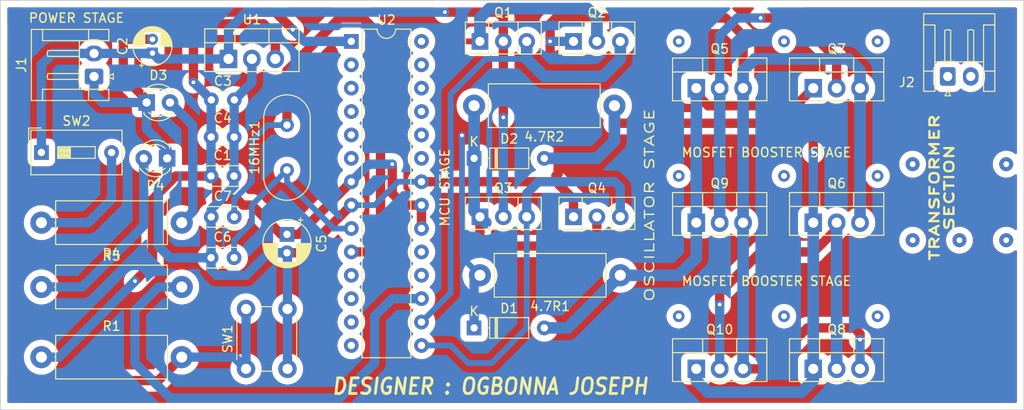
<source format=kicad_pcb>
(kicad_pcb (version 20171130) (host pcbnew "(5.1.10)-1")
  (title_block (title pcb) (date 2021-12-22) (rev V1) (company JOSEPH))
  (layers (0 F.Cu signal) (31 B.Cu signal) (34 B.Paste user) (35 F.Paste user) (36 B.SilkS user) (37 F.SilkS user) (38 B.Mask user) (39 F.Mask user) (44 Edge.Cuts user))
  (net 0 "")
  (net 1 X1)
  (net 2 X0)
  (net 3 "Net-(4.7R1-Pad2)")
  (net 4 M1)
  (net 5 M0)
  (net 6 "Net-(4.7R2-Pad2)")
  (net 7 +5V)
  (net 8 GND)
  (net 9 +12V)
  (net 10 "Net-(D3-Pad2)")
  (net 11 "Net-(D4-Pad2)")
  (net 12 OUT0)
  (net 13 OUT1)
  (net 14 OSC1)
  (net 15 OSC0)
  (net 16 T1)
  (net 17 T0)
  (net 18 RST)
  (net 19 "Net-(R4-Pad2)")
  (net 20 LED01)
  (net 21 "Net-(U2-Pad2)")
  (net 22 "Net-(U2-Pad3)")
  (net 23 "Net-(U2-Pad4)")
  (net 24 "Net-(U2-Pad18)")
  (net 25 "Net-(U2-Pad5)")
  (net 26 "Net-(U2-Pad19)")
  (net 27 "Net-(U2-Pad6)")
  (net 28 "Net-(U2-Pad23)")
  (net 29 "Net-(U2-Pad24)")
  (net 30 "Net-(U2-Pad11)")
  (net 31 "Net-(U2-Pad25)")
  (net 32 "Net-(U2-Pad12)")
  (net 33 "Net-(U2-Pad26)")
  (net 34 "Net-(U2-Pad13)")
  (net 35 "Net-(U2-Pad27)")
  (net 36 "Net-(U2-Pad14)")
  (net 37 "Net-(U2-Pad28)")
  (module Resistor_THT:R_Axial_DIN0414_L11.9mm_D4.5mm_P15.24mm_Horizontal (layer F.Cu) (at 155.575 120.015)
    (fp_text reference R1 (at 7.62 -3.37) (layer F.SilkS))
    (fp_text value 10k)
    (pad 2 thru_hole oval (at 15.24 0) (size 2.4 2.4) (drill 1.2) (layers *.Cu *.Mask) (net 18 RST))
    (pad 1 thru_hole circle (at 0 0) (size 2.4 2.4) (drill 1.2) (layers *.Cu *.Mask) (net 7 +5V))
  )
  (module Crystal:Crystal_HC49-4H_Vertical (layer F.Cu) (at 182.245 99.695 90)
    (fp_text reference 16MHz1 (at 2.44 -3.525 90) (layer F.SilkS))
    (fp_text value Crystal)
    (pad 1 thru_hole circle (at 0 0 90) (size 1.5 1.5) (drill 0.8) (layers *.Cu *.Mask) (net 1 X1))
    (pad 2 thru_hole circle (at 4.88 0 90) (size 1.5 1.5) (drill 0.8) (layers *.Cu *.Mask) (net 2 X0))
  )
  (module Capacitor_THT:C_Disc_D3.0mm_W2.0mm_P2.50mm (layer F.Cu) (at 173.99 100.3475)
    (fp_text reference C1 (at 1.25 -2.25) (layer F.SilkS))
    (fp_text value 0.1uF)
    (pad 1 thru_hole circle (at 0 0) (size 1.6 1.6) (drill 0.8) (layers *.Cu *.Mask) (net 7 +5V))
    (pad 2 thru_hole circle (at 2.5 0) (size 1.6 1.6) (drill 0.8) (layers *.Cu *.Mask) (net 8 GND))
  )
  (module Capacitor_THT:CP_Radial_D4.0mm_P1.50mm (layer F.Cu) (at 167.64 86.995 90)
    (fp_text reference C2 (at 0.75 -3.25 90) (layer F.SilkS))
    (fp_text value 220uF)
    (pad 1 thru_hole rect (at 0 0 90) (size 1.2 1.2) (drill 0.6) (layers *.Cu *.Mask) (net 9 +12V))
    (pad 2 thru_hole circle (at 1.5 0 90) (size 1.2 1.2) (drill 0.6) (layers *.Cu *.Mask) (net 8 GND))
  )
  (module Capacitor_THT:C_Disc_D3.0mm_W1.6mm_P2.50mm (layer F.Cu) (at 174.03 92.075)
    (fp_text reference C3 (at 1.25 -2.05) (layer F.SilkS))
    (fp_text value 0.1uF)
    (pad 1 thru_hole circle (at 0 0) (size 1.6 1.6) (drill 0.8) (layers *.Cu *.Mask) (net 7 +5V))
    (pad 2 thru_hole circle (at 2.5 0) (size 1.6 1.6) (drill 0.8) (layers *.Cu *.Mask) (net 8 GND))
  )
  (module Capacitor_THT:C_Disc_D3.0mm_W1.6mm_P2.50mm (layer F.Cu) (at 174.01 96.11125)
    (fp_text reference C4 (at 1.25 -2.05) (layer F.SilkS))
    (fp_text value 0.1uF)
    (pad 2 thru_hole circle (at 2.5 0) (size 1.6 1.6) (drill 0.8) (layers *.Cu *.Mask) (net 8 GND))
    (pad 1 thru_hole circle (at 0 0) (size 1.6 1.6) (drill 0.8) (layers *.Cu *.Mask) (net 7 +5V))
  )
  (module Capacitor_THT:CP_Radial_D5.0mm_P2.00mm (layer F.Cu) (at 182.245 106.68 270)
    (fp_text reference C5 (at 1 -3.75 90) (layer F.SilkS))
    (fp_text value 47uF)
    (pad 1 thru_hole rect (at 0 0 270) (size 1.6 1.6) (drill 0.8) (layers *.Cu *.Mask) (net 7 +5V))
    (pad 2 thru_hole circle (at 2 0 270) (size 1.6 1.6) (drill 0.8) (layers *.Cu *.Mask) (net 8 GND))
  )
  (module Capacitor_THT:C_Disc_D3.0mm_W2.0mm_P2.50mm (layer F.Cu) (at 174 109.22)
    (fp_text reference C6 (at 1.25 -2.25) (layer F.SilkS))
    (fp_text value 22pF)
    (pad 2 thru_hole circle (at 2.5 0) (size 1.6 1.6) (drill 0.8) (layers *.Cu *.Mask) (net 1 X1))
    (pad 1 thru_hole circle (at 0 0) (size 1.6 1.6) (drill 0.8) (layers *.Cu *.Mask) (net 8 GND))
  )
  (module Capacitor_THT:C_Disc_D3.0mm_W2.0mm_P2.50mm (layer F.Cu) (at 174.02 104.78375)
    (fp_text reference C7 (at 1.25 -2.25) (layer F.SilkS))
    (fp_text value 22pF)
    (pad 1 thru_hole circle (at 0 0) (size 1.6 1.6) (drill 0.8) (layers *.Cu *.Mask) (net 8 GND))
    (pad 2 thru_hole circle (at 2.5 0) (size 1.6 1.6) (drill 0.8) (layers *.Cu *.Mask) (net 2 X0))
  )
  (module Diode_THT:D_DO-35_SOD27_P7.62mm_Horizontal (layer F.Cu) (at 202.565 116.84)
    (fp_text reference D1 (at 3.81 -2.12) (layer F.SilkS))
    (fp_text value 1N4148)
    (fp_text user K (at 0 -1.8) (layer F.SilkS))
    (pad 2 thru_hole oval (at 7.62 0) (size 1.6 1.6) (drill 0.8) (layers *.Cu *.Mask) (net 4 M1))
    (pad 1 thru_hole rect (at 0 0) (size 1.6 1.6) (drill 0.8) (layers *.Cu *.Mask) (net 3 "Net-(4.7R1-Pad2)"))
  )
  (module Diode_THT:D_DO-35_SOD27_P7.62mm_Horizontal (layer F.Cu) (at 202.565 98.425)
    (fp_text reference D2 (at 3.81 -2.12) (layer F.SilkS))
    (fp_text value 1N4148)
    (fp_text user K (at 0 -1.8) (layer F.SilkS))
    (pad 1 thru_hole rect (at 0 0) (size 1.6 1.6) (drill 0.8) (layers *.Cu *.Mask) (net 6 "Net-(4.7R2-Pad2)"))
    (pad 2 thru_hole oval (at 7.62 0) (size 1.6 1.6) (drill 0.8) (layers *.Cu *.Mask) (net 5 M0))
  )
  (module LED_THT:LED_D3.0mm (layer F.Cu) (at 167.005 92.3624)
    (fp_text reference D3 (at 1.27 -2.96) (layer F.SilkS))
    (fp_text value LED)
    (pad 1 thru_hole rect (at 0 0) (size 1.8 1.8) (drill 0.9) (layers *.Cu *.Mask) (net 8 GND))
    (pad 2 thru_hole circle (at 2.54 0) (size 1.8 1.8) (drill 0.9) (layers *.Cu *.Mask) (net 10 "Net-(D3-Pad2)"))
  )
  (module LED_THT:LED_D3.0mm_Clear (layer F.Cu) (at 169.235 98.425 180)
    (fp_text reference D4 (at 1.27 -2.96) (layer F.SilkS))
    (fp_text value LED)
    (pad 1 thru_hole rect (at 0 0 180) (size 1.8 1.8) (drill 0.9) (layers *.Cu *.Mask) (net 8 GND))
    (pad 2 thru_hole circle (at 2.54 0 180) (size 1.8 1.8) (drill 0.9) (layers *.Cu *.Mask) (net 11 "Net-(D4-Pad2)"))
  )
  (module Connector_JST:JST_EH_S2B-EH_1x02_P2.50mm_Horizontal (layer F.Cu) (at 161.29 89.535 90)
    (fp_text reference J1 (at 1.25 -7.9 90) (layer F.SilkS))
    (fp_text value Connector01)
    (pad 2 thru_hole oval (at 2.5 0 90) (size 1.7 2) (drill 1) (layers *.Cu *.Mask) (net 9 +12V))
    (pad 1 thru_hole roundrect (at 0 0 90) (size 1.7 2) (drill 1) (layers *.Cu *.Mask) (roundrect_rratio 0.147059) (net 8 GND))
  )
  (module Connector_JST:JST_EH_S2B-EH_1x02_P2.50mm_Horizontal (layer F.Cu) (at 254 89.535)
    (fp_text reference J2 (at -4.445 0.635) (layer F.SilkS))
    (fp_text value Connector02)
    (pad 1 thru_hole roundrect (at 0 0) (size 1.7 2) (drill 1) (layers *.Cu *.Mask) (roundrect_rratio 0.147059) (net 12 OUT0))
    (pad 2 thru_hole oval (at 2.5 0) (size 1.7 2) (drill 1) (layers *.Cu *.Mask) (net 13 OUT1))
  )
  (module Package_TO_SOT_THT:TO-126-3_Vertical (layer F.Cu) (at 203.2 85.725)
    (fp_text reference Q1 (at 2.54 -3.12) (layer F.SilkS))
    (fp_text value BD139)
    (pad 3 thru_hole oval (at 5.08 0) (size 1.8 1.8) (drill 1) (layers *.Cu *.Mask) (net 14 OSC1))
    (pad 2 thru_hole oval (at 2.54 0) (size 1.8 1.8) (drill 1) (layers *.Cu *.Mask) (net 9 +12V))
    (pad 1 thru_hole rect (at 0 0) (size 1.8 1.8) (drill 1) (layers *.Cu *.Mask) (net 3 "Net-(4.7R1-Pad2)"))
  )
  (module Package_TO_SOT_THT:TO-126-3_Vertical (layer F.Cu) (at 213.36 85.725)
    (fp_text reference Q2 (at 2.54 -3.12) (layer F.SilkS))
    (fp_text value BD140)
    (pad 1 thru_hole rect (at 0 0) (size 1.8 1.8) (drill 1) (layers *.Cu *.Mask) (net 8 GND))
    (pad 2 thru_hole oval (at 2.54 0) (size 1.8 1.8) (drill 1) (layers *.Cu *.Mask) (net 3 "Net-(4.7R1-Pad2)"))
    (pad 3 thru_hole oval (at 5.08 0) (size 1.8 1.8) (drill 1) (layers *.Cu *.Mask) (net 14 OSC1))
  )
  (module Package_TO_SOT_THT:TO-126-3_Vertical (layer F.Cu) (at 203.2 104.775)
    (fp_text reference Q3 (at 2.54 -3.12) (layer F.SilkS))
    (fp_text value BD139)
    (pad 3 thru_hole oval (at 5.08 0) (size 1.8 1.8) (drill 1) (layers *.Cu *.Mask) (net 15 OSC0))
    (pad 2 thru_hole oval (at 2.54 0) (size 1.8 1.8) (drill 1) (layers *.Cu *.Mask) (net 9 +12V))
    (pad 1 thru_hole rect (at 0 0) (size 1.8 1.8) (drill 1) (layers *.Cu *.Mask) (net 6 "Net-(4.7R2-Pad2)"))
  )
  (module Package_TO_SOT_THT:TO-126-3_Vertical (layer F.Cu) (at 213.36 104.775)
    (fp_text reference Q4 (at 2.54 -3.12) (layer F.SilkS))
    (fp_text value BD140)
    (pad 1 thru_hole rect (at 0 0) (size 1.8 1.8) (drill 1) (layers *.Cu *.Mask) (net 8 GND))
    (pad 2 thru_hole oval (at 2.54 0) (size 1.8 1.8) (drill 1) (layers *.Cu *.Mask) (net 6 "Net-(4.7R2-Pad2)"))
    (pad 3 thru_hole oval (at 5.08 0) (size 1.8 1.8) (drill 1) (layers *.Cu *.Mask) (net 15 OSC0))
  )
  (module Package_TO_SOT_THT:TO-220-3_Vertical (layer F.Cu) (at 226.695 90.805)
    (fp_text reference Q5 (at 2.54 -4.27) (layer F.SilkS))
    (fp_text value IRF3205)
    (pad 1 thru_hole rect (at 0 0) (size 1.905 2) (drill 1.1) (layers *.Cu *.Mask) (net 4 M1))
    (pad 2 thru_hole oval (at 2.54 0) (size 1.905 2) (drill 1.1) (layers *.Cu *.Mask) (net 16 T1))
    (pad 3 thru_hole oval (at 5.08 0) (size 1.905 2) (drill 1.1) (layers *.Cu *.Mask) (net 8 GND))
  )
  (module Package_TO_SOT_THT:TO-220-3_Vertical (layer F.Cu) (at 239.395 105.41)
    (fp_text reference Q6 (at 2.54 -4.27) (layer F.SilkS))
    (fp_text value IRF3205)
    (pad 1 thru_hole rect (at 0 0) (size 1.905 2) (drill 1.1) (layers *.Cu *.Mask) (net 5 M0))
    (pad 2 thru_hole oval (at 2.54 0) (size 1.905 2) (drill 1.1) (layers *.Cu *.Mask) (net 17 T0))
    (pad 3 thru_hole oval (at 5.08 0) (size 1.905 2) (drill 1.1) (layers *.Cu *.Mask) (net 8 GND))
  )
  (module Package_TO_SOT_THT:TO-220-3_Vertical (layer F.Cu) (at 239.395 90.805)
    (fp_text reference Q7 (at 2.54 -4.27) (layer F.SilkS))
    (fp_text value IRF3205)
    (pad 1 thru_hole rect (at 0 0) (size 1.905 2) (drill 1.1) (layers *.Cu *.Mask) (net 4 M1))
    (pad 2 thru_hole oval (at 2.54 0) (size 1.905 2) (drill 1.1) (layers *.Cu *.Mask) (net 16 T1))
    (pad 3 thru_hole oval (at 5.08 0) (size 1.905 2) (drill 1.1) (layers *.Cu *.Mask) (net 8 GND))
  )
  (module Package_TO_SOT_THT:TO-220-3_Vertical (layer F.Cu) (at 239.395 121.285)
    (fp_text reference Q8 (at 2.54 -4.27) (layer F.SilkS))
    (fp_text value IRF3205)
    (pad 3 thru_hole oval (at 5.08 0) (size 1.905 2) (drill 1.1) (layers *.Cu *.Mask) (net 8 GND))
    (pad 2 thru_hole oval (at 2.54 0) (size 1.905 2) (drill 1.1) (layers *.Cu *.Mask) (net 17 T0))
    (pad 1 thru_hole rect (at 0 0) (size 1.905 2) (drill 1.1) (layers *.Cu *.Mask) (net 5 M0))
  )
  (module Package_TO_SOT_THT:TO-220-3_Vertical (layer F.Cu) (at 226.695 105.41)
    (fp_text reference Q9 (at 2.54 -4.27) (layer F.SilkS))
    (fp_text value IRF3205)
    (pad 3 thru_hole oval (at 5.08 0) (size 1.905 2) (drill 1.1) (layers *.Cu *.Mask) (net 8 GND))
    (pad 2 thru_hole oval (at 2.54 0) (size 1.905 2) (drill 1.1) (layers *.Cu *.Mask) (net 16 T1))
    (pad 1 thru_hole rect (at 0 0) (size 1.905 2) (drill 1.1) (layers *.Cu *.Mask) (net 4 M1))
  )
  (module Package_TO_SOT_THT:TO-220-3_Vertical (layer F.Cu) (at 226.695 121.285)
    (fp_text reference Q10 (at 2.54 -4.27) (layer F.SilkS))
    (fp_text value IRF3205)
    (pad 1 thru_hole rect (at 0 0) (size 1.905 2) (drill 1.1) (layers *.Cu *.Mask) (net 5 M0))
    (pad 2 thru_hole oval (at 2.54 0) (size 1.905 2) (drill 1.1) (layers *.Cu *.Mask) (net 17 T0))
    (pad 3 thru_hole oval (at 5.08 0) (size 1.905 2) (drill 1.1) (layers *.Cu *.Mask) (net 8 GND))
  )
  (module Button_Switch_THT:SW_PUSH_6mm (layer F.Cu) (at 177.8 121.285 90)
    (fp_text reference SW1 (at 3.25 -2 90) (layer F.SilkS))
    (fp_text value reset_switch)
    (pad 2 thru_hole circle (at 0 4.5 180) (size 2 2) (drill 1.1) (layers *.Cu *.Mask) (net 8 GND))
    (pad 1 thru_hole circle (at 0 0 180) (size 2 2) (drill 1.1) (layers *.Cu *.Mask) (net 18 RST))
    (pad 2 thru_hole circle (at 6.5 4.5 180) (size 2 2) (drill 1.1) (layers *.Cu *.Mask) (net 8 GND))
    (pad 1 thru_hole circle (at 6.5 0 180) (size 2 2) (drill 1.1) (layers *.Cu *.Mask) (net 18 RST))
  )
  (module Button_Switch_THT:SW_DIP_SPSTx01_Slide_9.78x4.72mm_W7.62mm_P2.54mm (layer F.Cu) (at 155.575 97.79)
    (fp_text reference SW2 (at 3.81 -3.42) (layer F.SilkS))
    (fp_text value Switch01)
    (pad 1 thru_hole rect (at 0 0) (size 1.6 1.6) (drill 0.8) (layers *.Cu *.Mask) (net 9 +12V))
    (pad 2 thru_hole oval (at 7.62 0) (size 1.6 1.6) (drill 0.8) (layers *.Cu *.Mask) (net 19 "Net-(R4-Pad2)"))
  )
  (module Package_TO_SOT_THT:TO-220-3_Vertical (layer F.Cu) (at 175.895 87.63)
    (fp_text reference U1 (at 2.54 -4.27) (layer F.SilkS))
    (fp_text value L7805)
    (pad 3 thru_hole oval (at 5.08 0) (size 1.905 2) (drill 1.1) (layers *.Cu *.Mask) (net 7 +5V))
    (pad 2 thru_hole oval (at 2.54 0) (size 1.905 2) (drill 1.1) (layers *.Cu *.Mask) (net 8 GND))
    (pad 1 thru_hole rect (at 0 0) (size 1.905 2) (drill 1.1) (layers *.Cu *.Mask) (net 9 +12V))
  )
  (module Package_DIP:DIP-28_W7.62mm (layer F.Cu) (at 189.23 85.725)
    (fp_text reference U2 (at 3.81 -2.33) (layer F.SilkS))
    (fp_text value ATmega328-PU)
    (pad 1 thru_hole rect (at 0 0) (size 1.6 1.6) (drill 0.8) (layers *.Cu *.Mask) (net 18 RST))
    (pad 15 thru_hole oval (at 7.62 33.02) (size 1.6 1.6) (drill 0.8) (layers *.Cu *.Mask) (net 15 OSC0))
    (pad 2 thru_hole oval (at 0 2.54) (size 1.6 1.6) (drill 0.8) (layers *.Cu *.Mask) (net 21 "Net-(U2-Pad2)"))
    (pad 16 thru_hole oval (at 7.62 30.48) (size 1.6 1.6) (drill 0.8) (layers *.Cu *.Mask) (net 14 OSC1))
    (pad 3 thru_hole oval (at 0 5.08) (size 1.6 1.6) (drill 0.8) (layers *.Cu *.Mask) (net 22 "Net-(U2-Pad3)"))
    (pad 17 thru_hole oval (at 7.62 27.94) (size 1.6 1.6) (drill 0.8) (layers *.Cu *.Mask) (net 20 LED01))
    (pad 4 thru_hole oval (at 0 7.62) (size 1.6 1.6) (drill 0.8) (layers *.Cu *.Mask) (net 23 "Net-(U2-Pad4)"))
    (pad 18 thru_hole oval (at 7.62 25.4) (size 1.6 1.6) (drill 0.8) (layers *.Cu *.Mask) (net 24 "Net-(U2-Pad18)"))
    (pad 5 thru_hole oval (at 0 10.16) (size 1.6 1.6) (drill 0.8) (layers *.Cu *.Mask) (net 25 "Net-(U2-Pad5)"))
    (pad 19 thru_hole oval (at 7.62 22.86) (size 1.6 1.6) (drill 0.8) (layers *.Cu *.Mask) (net 26 "Net-(U2-Pad19)"))
    (pad 6 thru_hole oval (at 0 12.7) (size 1.6 1.6) (drill 0.8) (layers *.Cu *.Mask) (net 27 "Net-(U2-Pad6)"))
    (pad 20 thru_hole oval (at 7.62 20.32) (size 1.6 1.6) (drill 0.8) (layers *.Cu *.Mask) (net 7 +5V))
    (pad 7 thru_hole oval (at 0 15.24) (size 1.6 1.6) (drill 0.8) (layers *.Cu *.Mask) (net 7 +5V))
    (pad 21 thru_hole oval (at 7.62 17.78) (size 1.6 1.6) (drill 0.8) (layers *.Cu *.Mask) (net 7 +5V))
    (pad 8 thru_hole oval (at 0 17.78) (size 1.6 1.6) (drill 0.8) (layers *.Cu *.Mask) (net 8 GND))
    (pad 22 thru_hole oval (at 7.62 15.24) (size 1.6 1.6) (drill 0.8) (layers *.Cu *.Mask) (net 8 GND))
    (pad 9 thru_hole oval (at 0 20.32) (size 1.6 1.6) (drill 0.8) (layers *.Cu *.Mask) (net 1 X1))
    (pad 23 thru_hole oval (at 7.62 12.7) (size 1.6 1.6) (drill 0.8) (layers *.Cu *.Mask) (net 28 "Net-(U2-Pad23)"))
    (pad 10 thru_hole oval (at 0 22.86) (size 1.6 1.6) (drill 0.8) (layers *.Cu *.Mask) (net 2 X0))
    (pad 24 thru_hole oval (at 7.62 10.16) (size 1.6 1.6) (drill 0.8) (layers *.Cu *.Mask) (net 29 "Net-(U2-Pad24)"))
    (pad 11 thru_hole oval (at 0 25.4) (size 1.6 1.6) (drill 0.8) (layers *.Cu *.Mask) (net 30 "Net-(U2-Pad11)"))
    (pad 25 thru_hole oval (at 7.62 7.62) (size 1.6 1.6) (drill 0.8) (layers *.Cu *.Mask) (net 31 "Net-(U2-Pad25)"))
    (pad 12 thru_hole oval (at 0 27.94) (size 1.6 1.6) (drill 0.8) (layers *.Cu *.Mask) (net 32 "Net-(U2-Pad12)"))
    (pad 26 thru_hole oval (at 7.62 5.08) (size 1.6 1.6) (drill 0.8) (layers *.Cu *.Mask) (net 33 "Net-(U2-Pad26)"))
    (pad 13 thru_hole oval (at 0 30.48) (size 1.6 1.6) (drill 0.8) (layers *.Cu *.Mask) (net 34 "Net-(U2-Pad13)"))
    (pad 27 thru_hole oval (at 7.62 2.54) (size 1.6 1.6) (drill 0.8) (layers *.Cu *.Mask) (net 35 "Net-(U2-Pad27)"))
    (pad 14 thru_hole oval (at 0 33.02) (size 1.6 1.6) (drill 0.8) (layers *.Cu *.Mask) (net 36 "Net-(U2-Pad14)"))
    (pad 28 thru_hole oval (at 7.62 0) (size 1.6 1.6) (drill 0.8) (layers *.Cu *.Mask) (net 37 "Net-(U2-Pad28)"))
  )
  (module Resistor_THT:R_Axial_DIN0414_L11.9mm_D4.5mm_P15.24mm_Horizontal (layer F.Cu) (at 218.44 111.125 180)
    (fp_text reference 4.7R1 (at 7.62 -3.37) (layer F.SilkS))
    (fp_text value R)
    (pad 2 thru_hole oval (at 15.24 0 180) (size 2.4 2.4) (drill 1.2) (layers *.Cu *.Mask) (net 3 "Net-(4.7R1-Pad2)"))
    (pad 1 thru_hole circle (at 0 0 180) (size 2.4 2.4) (drill 1.2) (layers *.Cu *.Mask) (net 4 M1))
  )
  (module Resistor_THT:R_Axial_DIN0414_L11.9mm_D4.5mm_P15.24mm_Horizontal (layer F.Cu) (at 217.805 92.71 180)
    (fp_text reference 4.7R2 (at 7.62 -3.37) (layer F.SilkS))
    (fp_text value R)
    (pad 1 thru_hole circle (at 0 0 180) (size 2.4 2.4) (drill 1.2) (layers *.Cu *.Mask) (net 5 M0))
    (pad 2 thru_hole oval (at 15.24 0 180) (size 2.4 2.4) (drill 1.2) (layers *.Cu *.Mask) (net 6 "Net-(4.7R2-Pad2)"))
  )
  (module Resistor_THT:R_Axial_DIN0414_L11.9mm_D4.5mm_P15.24mm_Horizontal (layer F.Cu) (at 170.815 105.41 180)
    (fp_text reference R4 (at 7.62 -3.37) (layer F.SilkS))
    (fp_text value 2.2k/1W)
    (pad 1 thru_hole circle (at 0 0 180) (size 2.4 2.4) (drill 1.2) (layers *.Cu *.Mask) (net 10 "Net-(D3-Pad2)"))
    (pad 2 thru_hole oval (at 15.24 0 180) (size 2.4 2.4) (drill 1.2) (layers *.Cu *.Mask) (net 19 "Net-(R4-Pad2)"))
  )
  (module Resistor_THT:R_Axial_DIN0414_L11.9mm_D4.5mm_P15.24mm_Horizontal (layer F.Cu) (at 155.575 112.395)
    (fp_text reference R5 (at 7.62 -3.37) (layer F.SilkS))
    (fp_text value 220R)
    (pad 2 thru_hole oval (at 15.24 0) (size 2.4 2.4) (drill 1.2) (layers *.Cu *.Mask) (net 20 LED01))
    (pad 1 thru_hole circle (at 0 0) (size 2.4 2.4) (drill 1.2) (layers *.Cu *.Mask) (net 11 "Net-(D4-Pad2)"))
  )
  (gr_text "TRANSFORMER\nSECTION" (at 253.365 101.6 90) (layer F.SilkS) (effects (font (size 1 1.5) (thickness 0.25))))
  (gr_text "POWER STAGE" (at 159.385 83.185) (layer F.SilkS) (effects (font (size 1 1))))
  (gr_text "MCU STAGE" (at 199.39 101.6 90) (layer F.SilkS) (effects (font (size 1 1))))
  (gr_text "OSCILLATOR STAGE" (at 221.615 103.505 90) (layer F.SilkS) (effects (font (size 1 1.5))))
  (gr_text "MOSFET BOOSTER STAGE" (at 234.315 111.76) (layer F.SilkS) (effects (font (size 1 1))))
  (gr_text "MOSFET BOOSTER STAGE" (at 234.315 97.79) (layer F.SilkS) (effects (font (size 1 1))))
  (gr_text "DESIGNER : OGBONNA JOSEPH" (at 221.615 123.19) (layer F.SilkS) (effects (font (size 1.7 1.5) (thickness 0.3) italic) (justify right)))
  (gr_line (start 262.255 81.28) (end 262.255 125.73) (layer Edge.Cuts) (width 0.1))
  (gr_line (start 151.13 81.28) (end 262.255 81.28) (layer Edge.Cuts) (width 0.1))
  (gr_line (start 151.13 125.73) (end 151.13 81.28) (layer Edge.Cuts) (width 0.1))
  (gr_line (start 262.255 125.73) (end 151.13 125.73) (layer Edge.Cuts) (width 0.1))
  (via (at 246.38 115.57) (size 1.27) (drill 0.635) (layers F.Cu B.Cu) (net 0))
  (via (at 224.79 115.57) (size 1.27) (drill 0.635) (layers F.Cu B.Cu) (net 0))
  (via (at 236.22 115.57) (size 1.27) (drill 0.635) (layers F.Cu B.Cu) (net 0))
  (via (at 224.79 100.33) (size 1.27) (drill 0.635) (layers F.Cu B.Cu) (net 0))
  (via (at 236.22 100.33) (size 1.27) (drill 0.635) (layers F.Cu B.Cu) (net 0))
  (via (at 246.38 100.33) (size 1.27) (drill 0.635) (layers F.Cu B.Cu) (net 0))
  (via (at 246.38 85.725) (size 1.27) (drill 0.635) (layers F.Cu B.Cu) (net 0))
  (via (at 236.22 85.725) (size 1.27) (drill 0.635) (layers F.Cu B.Cu) (net 0))
  (via (at 224.79 85.725) (size 1.27) (drill 0.635) (layers F.Cu B.Cu) (net 0))
  (via (at 250.19 99.06) (size 1.524) (drill 0.635) (layers F.Cu B.Cu) (net 0))
  (via (at 260.35 99.06) (size 1.524) (drill 0.635) (layers F.Cu B.Cu) (net 0))
  (via (at 260.35 107.315) (size 1.524) (drill 0.635) (layers F.Cu B.Cu) (net 0))
  (via (at 250.19 107.315) (size 1.524) (drill 0.635) (layers F.Cu B.Cu) (net 0))
  (via (at 255.27 107.315) (size 1.524) (drill 0.635) (layers F.Cu B.Cu) (net 0))
  (segment (start 182.245 99.695) (end 178.435 103.505) (width 0.635) (layer B.Cu) (net 1))
  (segment (start 178.435 103.505) (end 178.435 105.41) (width 0.635) (layer B.Cu) (net 1))
  (segment (start 176.5 107.345) (end 176.5 109.22) (width 0.635) (layer B.Cu) (net 1))
  (segment (start 178.435 105.41) (end 176.5 107.345) (width 0.635) (layer B.Cu) (net 1))
  (segment (start 189.23 106.045) (end 187.325 106.045) (width 0.635) (layer B.Cu) (net 1))
  (segment (start 182.245 100.965) (end 182.245 99.695) (width 0.635) (layer B.Cu) (net 1))
  (segment (start 187.325 106.045) (end 182.245 100.965) (width 0.635) (layer B.Cu) (net 1))
  (segment (start 182.245 94.815) (end 180.14 94.815) (width 0.635) (layer B.Cu) (net 2))
  (segment (start 180.14 94.815) (end 178.435 96.52) (width 0.635) (layer B.Cu) (net 2))
  (segment (start 178.435 96.52) (end 178.435 100.965) (width 0.635) (layer B.Cu) (net 2))
  (segment (start 176.52 102.88) (end 176.52 104.78375) (width 0.635) (layer B.Cu) (net 2))
  (segment (start 178.435 100.965) (end 176.52 102.88) (width 0.635) (layer B.Cu) (net 2))
  (segment (start 182.245 94.815) (end 182.245 88.9) (width 1.016) (layer F.Cu) (net 2))
  (segment (start 182.245 88.9) (end 187.96 83.185) (width 1.016) (layer F.Cu) (net 2))
  (segment (start 187.96 83.185) (end 190.5 83.185) (width 1.016) (layer F.Cu) (net 2))
  (segment (start 190.5 83.185) (end 192.405 85.09) (width 1.016) (layer F.Cu) (net 2))
  (segment (start 192.405 85.09) (end 192.405 107.315) (width 1.016) (layer F.Cu) (net 2))
  (segment (start 192.405 107.315) (end 191.135 108.585) (width 1.016) (layer F.Cu) (net 2))
  (segment (start 191.135 108.585) (end 189.23 108.585) (width 1.016) (layer F.Cu) (net 2))
  (segment (start 215.9 83.185) (end 215.9 85.725) (width 1.27) (layer B.Cu) (net 3))
  (segment (start 214.88001 82.16501) (end 215.9 83.185) (width 1.27) (layer B.Cu) (net 3))
  (segment (start 204.21999 82.16501) (end 214.88001 82.16501) (width 1.27) (layer B.Cu) (net 3))
  (segment (start 203.2 83.185) (end 204.21999 82.16501) (width 1.27) (layer B.Cu) (net 3))
  (segment (start 203.2 85.725) (end 203.2 83.185) (width 1.27) (layer B.Cu) (net 3))
  (segment (start 202.565 111.76) (end 203.2 111.125) (width 1.016) (layer B.Cu) (net 3))
  (segment (start 202.565 116.84) (end 202.565 111.76) (width 1.016) (layer B.Cu) (net 3))
  (segment (start 203.2 111.125) (end 201.295 109.22) (width 0.635) (layer B.Cu) (net 3))
  (segment (start 201.247499 105.362499) (end 201.247499 95.932501) (width 0.635) (layer B.Cu) (net 3))
  (segment (start 201.295 105.41) (end 201.247499 105.362499) (width 0.635) (layer B.Cu) (net 3))
  (segment (start 201.295 109.22) (end 201.295 105.41) (width 0.635) (layer B.Cu) (net 3))
  (via (at 201.247499 95.932501) (size 0.8) (drill 0.4) (layers F.Cu B.Cu) (net 3))
  (segment (start 200.66 85.725) (end 203.2 85.725) (width 0.635) (layer F.Cu) (net 3))
  (segment (start 199.39 86.995) (end 200.66 85.725) (width 0.635) (layer F.Cu) (net 3))
  (segment (start 199.39 94.075002) (end 199.39 86.995) (width 0.635) (layer F.Cu) (net 3))
  (segment (start 201.247499 95.932501) (end 199.39 94.075002) (width 0.635) (layer F.Cu) (net 3))
  (segment (start 212.725 116.84) (end 218.44 111.125) (width 1.27) (layer B.Cu) (net 4))
  (segment (start 210.185 116.84) (end 212.725 116.84) (width 1.27) (layer B.Cu) (net 4))
  (segment (start 226.695 93.075) (end 226.695 105.41) (width 1.27) (layer B.Cu) (net 4))
  (segment (start 226.695 90.805) (end 226.695 93.075) (width 1.27) (layer B.Cu) (net 4))
  (segment (start 218.44 111.125) (end 224.79 111.125) (width 1.27) (layer B.Cu) (net 4))
  (segment (start 226.695 109.22) (end 226.695 105.41) (width 1.27) (layer B.Cu) (net 4))
  (segment (start 224.79 111.125) (end 226.695 109.22) (width 1.27) (layer B.Cu) (net 4))
  (segment (start 226.695 90.805) (end 226.695 91.44) (width 1.016) (layer F.Cu) (net 4))
  (segment (start 226.695 91.44) (end 227.965 92.71) (width 1.016) (layer F.Cu) (net 4))
  (segment (start 237.49 92.71) (end 239.395 90.805) (width 1.016) (layer F.Cu) (net 4))
  (segment (start 227.965 92.71) (end 237.49 92.71) (width 1.016) (layer F.Cu) (net 4))
  (segment (start 210.185 98.425) (end 215.9 98.425) (width 1.27) (layer B.Cu) (net 5))
  (segment (start 215.9 98.425) (end 217.805 96.52) (width 1.27) (layer B.Cu) (net 5))
  (segment (start 217.805 96.52) (end 217.805 92.71) (width 1.27) (layer B.Cu) (net 5))
  (segment (start 239.395 121.24958) (end 239.395 105.41) (width 1.27) (layer B.Cu) (net 5))
  (segment (start 239.395 121.285) (end 239.395 121.24958) (width 1.27) (layer B.Cu) (net 5))
  (segment (start 239.395 122.555) (end 239.395 121.285) (width 1.27) (layer B.Cu) (net 5))
  (segment (start 238.125 123.825) (end 239.395 122.555) (width 1.27) (layer B.Cu) (net 5))
  (segment (start 227.965 123.825) (end 238.125 123.825) (width 1.27) (layer B.Cu) (net 5))
  (segment (start 226.695 122.555) (end 227.965 123.825) (width 1.27) (layer B.Cu) (net 5))
  (segment (start 226.695 121.285) (end 226.695 122.555) (width 1.27) (layer B.Cu) (net 5))
  (via (at 239.395 97.79) (size 0.8) (drill 0.4) (layers F.Cu B.Cu) (net 5))
  (segment (start 239.395 105.41) (end 239.395 97.79) (width 1.016) (layer B.Cu) (net 5))
  (segment (start 239.395 97.79) (end 239.395 96.52) (width 1.016) (layer F.Cu) (net 5))
  (segment (start 239.395 96.52) (end 237.49 94.615) (width 1.016) (layer F.Cu) (net 5))
  (segment (start 237.49 94.615) (end 217.805 94.615) (width 1.016) (layer F.Cu) (net 5))
  (segment (start 202.565 104.14) (end 203.2 104.775) (width 1.27) (layer B.Cu) (net 6))
  (segment (start 202.565 98.425) (end 202.565 104.14) (width 1.27) (layer B.Cu) (net 6))
  (segment (start 203.835 105.41) (end 203.2 104.775) (width 1.27) (layer B.Cu) (net 6))
  (segment (start 202.565 92.71) (end 202.565 98.425) (width 1.27) (layer B.Cu) (net 6))
  (segment (start 215.9 106.68) (end 215.9 104.775) (width 1.016) (layer F.Cu) (net 6))
  (segment (start 203.835 107.95) (end 214.63 107.95) (width 1.016) (layer F.Cu) (net 6))
  (segment (start 214.63 107.95) (end 215.9 106.68) (width 1.016) (layer F.Cu) (net 6))
  (segment (start 203.2 107.315) (end 203.835 107.95) (width 1.016) (layer F.Cu) (net 6))
  (segment (start 203.2 104.775) (end 203.2 107.315) (width 1.016) (layer F.Cu) (net 6))
  (segment (start 173.99 96.13125) (end 174.01 96.11125) (width 1.016) (layer B.Cu) (net 7))
  (segment (start 173.99 100.3475) (end 173.99 96.13125) (width 1.016) (layer B.Cu) (net 7))
  (segment (start 174.01 92.095) (end 174.03 92.075) (width 1.016) (layer B.Cu) (net 7))
  (segment (start 174.01 96.11125) (end 174.01 92.095) (width 1.016) (layer B.Cu) (net 7))
  (segment (start 155.575 120.015) (end 157.48 120.015) (width 1.016) (layer B.Cu) (net 7))
  (via (at 165.735 111.76) (size 0.8) (drill 0.4) (layers F.Cu B.Cu) (net 7))
  (segment (start 157.48 120.015) (end 165.735 111.76) (width 1.016) (layer B.Cu) (net 7))
  (segment (start 170.1625 100.3475) (end 173.99 100.3475) (width 1.016) (layer F.Cu) (net 7))
  (segment (start 167.64 102.87) (end 170.1625 100.3475) (width 1.016) (layer F.Cu) (net 7))
  (segment (start 167.64 109.855) (end 167.64 102.87) (width 1.016) (layer F.Cu) (net 7))
  (segment (start 165.735 111.76) (end 167.64 109.855) (width 1.016) (layer F.Cu) (net 7))
  (segment (start 174.03 92.075) (end 172.125 90.17) (width 1.016) (layer B.Cu) (net 7))
  (via (at 172.085 90.17) (size 0.8) (drill 0.4) (layers F.Cu B.Cu) (net 7))
  (segment (start 172.125 90.17) (end 172.085 90.17) (width 1.016) (layer B.Cu) (net 7))
  (segment (start 172.085 90.17) (end 172.085 85.725) (width 1.016) (layer F.Cu) (net 7))
  (segment (start 172.085 85.725) (end 173.99 83.82) (width 1.016) (layer F.Cu) (net 7))
  (segment (start 173.99 83.82) (end 179.705 83.82) (width 1.016) (layer F.Cu) (net 7))
  (segment (start 180.975 85.09) (end 180.975 87.63) (width 1.016) (layer F.Cu) (net 7))
  (segment (start 179.705 83.82) (end 180.975 85.09) (width 1.016) (layer F.Cu) (net 7))
  (segment (start 176.838092 102.87) (end 174.625 102.87) (width 1.016) (layer F.Cu) (net 7))
  (segment (start 177.473092 103.505) (end 176.838092 102.87) (width 1.016) (layer F.Cu) (net 7))
  (segment (start 178.435 103.505) (end 177.473092 103.505) (width 1.016) (layer F.Cu) (net 7))
  (segment (start 181.61 106.68) (end 178.435 103.505) (width 1.016) (layer F.Cu) (net 7))
  (segment (start 182.245 106.68) (end 181.61 106.68) (width 1.016) (layer F.Cu) (net 7))
  (segment (start 174.625 100.9825) (end 173.99 100.3475) (width 1.016) (layer F.Cu) (net 7))
  (segment (start 174.625 102.87) (end 174.625 100.9825) (width 1.016) (layer F.Cu) (net 7))
  (segment (start 183.515 106.68) (end 189.23 100.965) (width 1.016) (layer F.Cu) (net 7))
  (segment (start 182.245 106.68) (end 183.515 106.68) (width 1.016) (layer F.Cu) (net 7))
  (segment (start 196.85 103.505) (end 196.85 106.045) (width 1.016) (layer F.Cu) (net 7))
  (segment (start 196.85 103.505) (end 194.945 103.505) (width 1.016) (layer F.Cu) (net 7))
  (segment (start 194.945 103.505) (end 193.675 102.235) (width 1.016) (layer F.Cu) (net 7))
  (via (at 193.675 99.06) (size 0.8) (drill 0.4) (layers F.Cu B.Cu) (net 7))
  (segment (start 193.675 102.235) (end 193.675 99.06) (width 1.016) (layer F.Cu) (net 7))
  (segment (start 191.135 99.06) (end 189.23 100.965) (width 1.016) (layer B.Cu) (net 7))
  (segment (start 193.675 99.06) (end 191.135 99.06) (width 1.016) (layer B.Cu) (net 7))
  (segment (start 161.29 89.535) (end 161.29 91.44) (width 1.016) (layer B.Cu) (net 8))
  (segment (start 162.2124 92.3624) (end 167.005 92.3624) (width 1.016) (layer B.Cu) (net 8))
  (segment (start 161.29 91.44) (end 162.2124 92.3624) (width 1.016) (layer B.Cu) (net 8))
  (segment (start 169.235 97.48) (end 169.235 98.425) (width 1.016) (layer B.Cu) (net 8))
  (segment (start 167.005 95.25) (end 169.235 97.48) (width 1.016) (layer B.Cu) (net 8))
  (segment (start 167.005 92.3624) (end 167.005 95.25) (width 1.016) (layer B.Cu) (net 8))
  (segment (start 182.3 121.285) (end 182.3 114.785) (width 1.016) (layer B.Cu) (net 8))
  (segment (start 182.3 108.735) (end 182.245 108.68) (width 1.016) (layer B.Cu) (net 8))
  (segment (start 182.3 114.785) (end 182.3 108.735) (width 1.016) (layer B.Cu) (net 8))
  (segment (start 174 104.80375) (end 174.02 104.78375) (width 1.016) (layer B.Cu) (net 8))
  (segment (start 174 109.22) (end 174 104.80375) (width 1.016) (layer B.Cu) (net 8))
  (segment (start 174.02 104.78375) (end 174.02 103.92971) (width 1.016) (layer B.Cu) (net 8))
  (segment (start 176.49 101.45971) (end 176.49 100.3475) (width 1.016) (layer B.Cu) (net 8))
  (segment (start 174.02 103.92971) (end 176.49 101.45971) (width 1.016) (layer B.Cu) (net 8))
  (segment (start 176.49 96.13125) (end 176.51 96.11125) (width 1.016) (layer B.Cu) (net 8))
  (segment (start 176.49 100.3475) (end 176.49 96.13125) (width 1.016) (layer B.Cu) (net 8))
  (segment (start 176.51 92.095) (end 176.53 92.075) (width 1.016) (layer B.Cu) (net 8))
  (segment (start 176.51 96.11125) (end 176.51 92.095) (width 1.016) (layer B.Cu) (net 8))
  (segment (start 178.435 90.17) (end 178.435 87.63) (width 1.016) (layer B.Cu) (net 8))
  (segment (start 176.53 92.075) (end 178.435 90.17) (width 1.016) (layer B.Cu) (net 8))
  (segment (start 174 109.22) (end 169.545 109.22) (width 1.016) (layer B.Cu) (net 8))
  (segment (start 169.545 109.22) (end 168.275 107.95) (width 1.016) (layer B.Cu) (net 8))
  (segment (start 168.275 107.95) (end 168.275 101.6) (width 1.016) (layer B.Cu) (net 8))
  (segment (start 169.235 100.64) (end 169.235 98.425) (width 1.016) (layer B.Cu) (net 8))
  (segment (start 168.275 101.6) (end 169.235 100.64) (width 1.016) (layer B.Cu) (net 8))
  (segment (start 174 109.22) (end 174 110.5) (width 1.016) (layer B.Cu) (net 8))
  (segment (start 174 110.5) (end 174.625 111.125) (width 1.016) (layer B.Cu) (net 8))
  (segment (start 174.625 111.125) (end 177.8 111.125) (width 1.016) (layer B.Cu) (net 8))
  (segment (start 180.245 108.68) (end 182.245 108.68) (width 1.016) (layer B.Cu) (net 8))
  (segment (start 177.8 111.125) (end 180.245 108.68) (width 1.016) (layer B.Cu) (net 8))
  (segment (start 231.775 105.41) (end 231.775 90.805) (width 1.27) (layer B.Cu) (net 8))
  (segment (start 231.775 105.41) (end 231.775 121.285) (width 1.27) (layer B.Cu) (net 8))
  (segment (start 244.475 105.41) (end 244.475 90.805) (width 1.27) (layer B.Cu) (net 8))
  (segment (start 231.775 88.9) (end 231.775 90.805) (width 1.27) (layer B.Cu) (net 8))
  (segment (start 233.045 87.63) (end 231.775 88.9) (width 1.27) (layer B.Cu) (net 8))
  (segment (start 243.205 87.63) (end 233.045 87.63) (width 1.27) (layer B.Cu) (net 8))
  (segment (start 244.475 88.9) (end 243.205 87.63) (width 1.27) (layer B.Cu) (net 8))
  (segment (start 244.475 90.805) (end 244.475 88.9) (width 1.27) (layer B.Cu) (net 8))
  (segment (start 196.85 100.965) (end 194.31 100.965) (width 0.635) (layer B.Cu) (net 8))
  (segment (start 194.31 100.965) (end 191.77 103.505) (width 0.635) (layer B.Cu) (net 8))
  (segment (start 191.77 103.505) (end 189.23 103.505) (width 0.635) (layer B.Cu) (net 8))
  (via (at 244.475 118.11) (size 0.8) (drill 0.4) (layers F.Cu B.Cu) (net 8))
  (segment (start 244.475 121.285) (end 244.475 118.11) (width 1.016) (layer B.Cu) (net 8))
  (segment (start 244.475 118.11) (end 244.475 117.475) (width 1.016) (layer F.Cu) (net 8))
  (segment (start 244.475 117.475) (end 243.84 116.84) (width 1.016) (layer F.Cu) (net 8))
  (segment (start 243.84 116.84) (end 238.76 116.84) (width 1.016) (layer F.Cu) (net 8))
  (segment (start 238.76 116.84) (end 234.315 121.285) (width 1.016) (layer F.Cu) (net 8))
  (segment (start 234.315 121.285) (end 231.775 121.285) (width 1.016) (layer F.Cu) (net 8))
  (via (at 210.82 85.725) (size 0.8) (drill 0.4) (layers F.Cu B.Cu) (net 8))
  (segment (start 213.36 85.725) (end 210.82 85.725) (width 1.016) (layer B.Cu) (net 8))
  (segment (start 231.775 85.09) (end 231.775 90.805) (width 1.016) (layer F.Cu) (net 8))
  (segment (start 211.455 83.185) (end 229.87 83.185) (width 1.016) (layer F.Cu) (net 8))
  (segment (start 210.82 83.82) (end 211.455 83.185) (width 1.016) (layer F.Cu) (net 8))
  (segment (start 229.87 83.185) (end 231.775 85.09) (width 1.016) (layer F.Cu) (net 8))
  (segment (start 210.82 85.725) (end 210.82 83.82) (width 1.016) (layer F.Cu) (net 8))
  (segment (start 184.055 108.68) (end 189.23 103.505) (width 1.016) (layer F.Cu) (net 8))
  (segment (start 182.245 108.68) (end 184.055 108.68) (width 1.016) (layer F.Cu) (net 8))
  (segment (start 164.695 85.495) (end 167.64 85.495) (width 1.016) (layer F.Cu) (net 8))
  (segment (start 164.465 85.725) (end 164.695 85.495) (width 1.016) (layer F.Cu) (net 8))
  (segment (start 167.005 92.075) (end 164.465 89.535) (width 1.016) (layer F.Cu) (net 8))
  (segment (start 164.465 89.535) (end 164.465 85.725) (width 1.016) (layer F.Cu) (net 8))
  (segment (start 167.005 92.3624) (end 167.005 92.075) (width 1.016) (layer F.Cu) (net 8))
  (segment (start 196.85 100.965) (end 211.455 100.965) (width 1.016) (layer F.Cu) (net 8))
  (segment (start 213.36 102.87) (end 213.36 104.775) (width 1.016) (layer F.Cu) (net 8))
  (segment (start 211.455 100.965) (end 213.36 102.87) (width 1.016) (layer F.Cu) (net 8))
  (segment (start 211.455 100.965) (end 211.455 100.33) (width 1.016) (layer F.Cu) (net 8))
  (segment (start 211.693001 100.091999) (end 211.693001 89.138001) (width 1.016) (layer F.Cu) (net 8))
  (segment (start 211.455 100.33) (end 211.693001 100.091999) (width 1.016) (layer F.Cu) (net 8))
  (segment (start 210.82 88.265) (end 210.82 85.725) (width 1.016) (layer F.Cu) (net 8))
  (segment (start 211.693001 89.138001) (end 210.82 88.265) (width 1.016) (layer F.Cu) (net 8))
  (segment (start 167.6 87.035) (end 167.64 86.995) (width 1.016) (layer B.Cu) (net 9))
  (segment (start 161.29 87.035) (end 167.6 87.035) (width 1.016) (layer B.Cu) (net 9))
  (segment (start 156.805 87.035) (end 161.29 87.035) (width 1.016) (layer B.Cu) (net 9))
  (segment (start 155.575 88.265) (end 156.805 87.035) (width 1.016) (layer B.Cu) (net 9))
  (segment (start 155.575 97.79) (end 155.575 88.265) (width 1.016) (layer B.Cu) (net 9))
  (segment (start 168.275 87.63) (end 167.64 86.995) (width 1.016) (layer B.Cu) (net 9))
  (segment (start 175.895 87.63) (end 168.275 87.63) (width 1.016) (layer B.Cu) (net 9))
  (segment (start 205.74 104.775) (end 205.74 93.98) (width 1.016) (layer B.Cu) (net 9))
  (via (at 205.74 93.98) (size 0.8) (drill 0.4) (layers F.Cu B.Cu) (net 9))
  (segment (start 205.74 93.98) (end 205.74 85.725) (width 1.016) (layer F.Cu) (net 9))
  (segment (start 175.895 87.63) (end 175.895 84.455) (width 1.016) (layer B.Cu) (net 9))
  (segment (start 175.895 84.455) (end 177.8 82.55) (width 1.016) (layer B.Cu) (net 9))
  (via (at 199.39 82.55) (size 0.8) (drill 0.4) (layers F.Cu B.Cu) (net 9))
  (segment (start 177.8 82.55) (end 199.39 82.55) (width 1.016) (layer B.Cu) (net 9))
  (segment (start 199.39 82.55) (end 205.105 82.55) (width 1.016) (layer F.Cu) (net 9))
  (segment (start 205.105 82.55) (end 205.74 83.185) (width 1.016) (layer F.Cu) (net 9))
  (segment (start 205.74 83.185) (end 205.74 85.725) (width 1.016) (layer F.Cu) (net 9))
  (segment (start 172.014999 94.832399) (end 169.545 92.3624) (width 1.016) (layer B.Cu) (net 10))
  (segment (start 172.014999 104.210001) (end 172.014999 94.832399) (width 1.016) (layer B.Cu) (net 10))
  (segment (start 170.815 105.41) (end 172.014999 104.210001) (width 1.016) (layer B.Cu) (net 10))
  (segment (start 166.695 98.425) (end 166.695 105.72) (width 1.016) (layer B.Cu) (net 11))
  (segment (start 160.02 112.395) (end 155.575 112.395) (width 1.016) (layer B.Cu) (net 11))
  (segment (start 166.695 105.72) (end 160.02 112.395) (width 1.016) (layer B.Cu) (net 11))
  (segment (start 218.44 85.725) (end 218.44 87.63) (width 1.27) (layer B.Cu) (net 14))
  (segment (start 218.44 87.63) (end 216.535 89.535) (width 1.27) (layer B.Cu) (net 14))
  (segment (start 216.535 89.535) (end 210.185 89.535) (width 1.27) (layer B.Cu) (net 14))
  (segment (start 208.28 87.63) (end 208.28 85.725) (width 1.27) (layer B.Cu) (net 14))
  (segment (start 210.185 89.535) (end 208.28 87.63) (width 1.27) (layer B.Cu) (net 14))
  (segment (start 196.85 116.205) (end 200.025 113.03) (width 0.635) (layer B.Cu) (net 14))
  (segment (start 200.025 113.03) (end 200.025 91.44) (width 0.635) (layer B.Cu) (net 14))
  (segment (start 203.835 87.63) (end 208.28 87.63) (width 0.635) (layer B.Cu) (net 14))
  (segment (start 200.025 91.44) (end 203.835 87.63) (width 0.635) (layer B.Cu) (net 14))
  (segment (start 196.85 118.745) (end 200.025 118.745) (width 0.635) (layer B.Cu) (net 15))
  (segment (start 200.025 118.745) (end 201.93 120.65) (width 0.635) (layer B.Cu) (net 15))
  (segment (start 201.93 120.65) (end 204.47 120.65) (width 0.635) (layer B.Cu) (net 15))
  (segment (start 208.28 116.84) (end 208.28 104.775) (width 0.635) (layer B.Cu) (net 15))
  (segment (start 204.47 120.65) (end 208.28 116.84) (width 0.635) (layer B.Cu) (net 15))
  (segment (start 218.44 104.775) (end 218.44 101.6) (width 1.016) (layer B.Cu) (net 15))
  (segment (start 218.44 101.6) (end 217.805 100.965) (width 1.016) (layer B.Cu) (net 15))
  (segment (start 217.805 100.965) (end 209.55 100.965) (width 1.016) (layer B.Cu) (net 15))
  (segment (start 208.28 102.235) (end 208.28 104.775) (width 1.016) (layer B.Cu) (net 15))
  (segment (start 209.55 100.965) (end 208.28 102.235) (width 1.016) (layer B.Cu) (net 15))
  (segment (start 229.235 103.14) (end 229.235 90.805) (width 1.27) (layer B.Cu) (net 16))
  (segment (start 229.235 105.41) (end 229.235 103.14) (width 1.27) (layer B.Cu) (net 16))
  (segment (start 241.935 90.805) (end 241.935 87.63) (width 1.016) (layer F.Cu) (net 16))
  (segment (start 241.935 87.63) (end 237.49 83.185) (width 1.016) (layer F.Cu) (net 16))
  (segment (start 237.49 83.185) (end 233.68 83.185) (width 1.016) (layer F.Cu) (net 16))
  (via (at 233.68 83.185) (size 0.8) (drill 0.4) (layers F.Cu B.Cu) (net 16))
  (segment (start 233.68 83.185) (end 231.14 83.185) (width 1.016) (layer B.Cu) (net 16))
  (segment (start 229.235 85.09) (end 229.235 90.805) (width 1.016) (layer B.Cu) (net 16))
  (segment (start 231.14 83.185) (end 229.235 85.09) (width 1.016) (layer B.Cu) (net 16))
  (segment (start 241.935 121.285) (end 241.935 105.41) (width 1.27) (layer B.Cu) (net 17))
  (segment (start 229.235 121.285) (end 229.235 114.3) (width 1.016) (layer B.Cu) (net 17))
  (via (at 229.235 114.3) (size 0.8) (drill 0.4) (layers F.Cu B.Cu) (net 17))
  (segment (start 229.235 114.3) (end 229.235 113.03) (width 1.016) (layer F.Cu) (net 17))
  (segment (start 229.235 113.03) (end 231.14 111.125) (width 1.016) (layer F.Cu) (net 17))
  (segment (start 231.14 111.125) (end 231.775 110.49) (width 1.016) (layer F.Cu) (net 17))
  (segment (start 241.935 106.096902) (end 241.935 105.41) (width 1.016) (layer F.Cu) (net 17))
  (segment (start 233.68 108.585) (end 239.446902 108.585) (width 1.016) (layer F.Cu) (net 17))
  (segment (start 239.446902 108.585) (end 241.935 106.096902) (width 1.016) (layer F.Cu) (net 17))
  (segment (start 231.14 111.125) (end 233.68 108.585) (width 1.016) (layer F.Cu) (net 17))
  (segment (start 177.8 121.285) (end 176.53 120.015) (width 1.016) (layer B.Cu) (net 18))
  (segment (start 176.53 120.015) (end 170.815 120.015) (width 1.016) (layer B.Cu) (net 18))
  (segment (start 177.8 121.285) (end 177.8 114.785) (width 1.016) (layer B.Cu) (net 18))
  (segment (start 189.23 85.725) (end 188.595 85.725) (width 1.016) (layer F.Cu) (net 18))
  (segment (start 189.23 85.725) (end 187.96 85.725) (width 1.016) (layer B.Cu) (net 18))
  (segment (start 189.23 85.725) (end 184.15 85.725) (width 1.016) (layer B.Cu) (net 18))
  (segment (start 184.15 85.725) (end 182.88 84.455) (width 1.016) (layer B.Cu) (net 18))
  (via (at 182.88 84.455) (size 0.8) (drill 0.4) (layers F.Cu B.Cu) (net 18))
  (segment (start 182.88 84.455) (end 180.975 82.55) (width 1.016) (layer F.Cu) (net 18))
  (segment (start 180.975 82.55) (end 154.94 82.55) (width 1.016) (layer F.Cu) (net 18))
  (segment (start 154.94 82.55) (end 152.4 85.09) (width 1.016) (layer F.Cu) (net 18))
  (segment (start 152.4 85.09) (end 152.4 120.65) (width 1.016) (layer F.Cu) (net 18))
  (segment (start 152.4 120.65) (end 154.305 122.555) (width 1.016) (layer F.Cu) (net 18))
  (segment (start 168.275 122.555) (end 170.815 120.015) (width 1.016) (layer F.Cu) (net 18))
  (segment (start 154.305 122.555) (end 168.275 122.555) (width 1.016) (layer F.Cu) (net 18))
  (segment (start 155.575 105.41) (end 160.655 105.41) (width 1.016) (layer B.Cu) (net 19))
  (segment (start 163.195 102.87) (end 163.195 97.79) (width 1.016) (layer B.Cu) (net 19))
  (segment (start 160.655 105.41) (end 163.195 102.87) (width 1.016) (layer B.Cu) (net 19))
  (segment (start 196.85 113.665) (end 193.675 113.665) (width 1.016) (layer B.Cu) (net 20))
  (segment (start 193.675 113.665) (end 191.77 115.57) (width 1.016) (layer B.Cu) (net 20))
  (segment (start 191.77 120.65) (end 187.96 124.46) (width 1.016) (layer B.Cu) (net 20))
  (segment (start 191.77 115.57) (end 191.77 120.65) (width 1.016) (layer B.Cu) (net 20))
  (segment (start 187.96 124.46) (end 169.545 124.46) (width 1.016) (layer B.Cu) (net 20))
  (segment (start 169.545 124.46) (end 165.735 120.65) (width 1.016) (layer B.Cu) (net 20))
  (segment (start 165.735 120.65) (end 165.735 114.935) (width 1.016) (layer B.Cu) (net 20))
  (segment (start 168.275 112.395) (end 170.815 112.395) (width 1.016) (layer B.Cu) (net 20))
  (segment (start 165.735 114.935) (end 168.275 112.395) (width 1.016) (layer B.Cu) (net 20))
  (zone (net 0) (net_name "") (layer B.Cu) (connect_pads (clearance 0.7)) (min_thickness 0.254) (fill yes (arc_segments 32) (thermal_gap 0.508) (thermal_bridge_width 0.508))
    (polygon (pts (xy 261.62 125.095) (xy 151.765 125.095) (xy 151.765 81.915) (xy 261.62 81.915)))
  )
  (zone (net 0) (net_name "") (layer F.Cu) (connect_pads (clearance 0.7)) (min_thickness 0.254) (fill yes (arc_segments 32) (thermal_gap 0.508) (thermal_bridge_width 0.508))
    (polygon (pts (xy 261.62 125.095) (xy 151.765 125.095) (xy 151.765 81.915) (xy 261.62 81.915)))
  )
)
</source>
